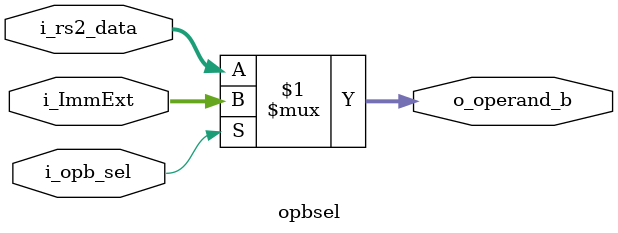
<source format=sv>
module opbsel(
	input  logic [31:0] i_ImmExt,
	input  logic [31:0] i_rs2_data,
	input  logic 		  i_opb_sel,
	output logic [31:0] o_operand_b
);

	assign o_operand_b = (i_opb_sel) ? i_ImmExt : i_rs2_data;
	
endmodule 
</source>
